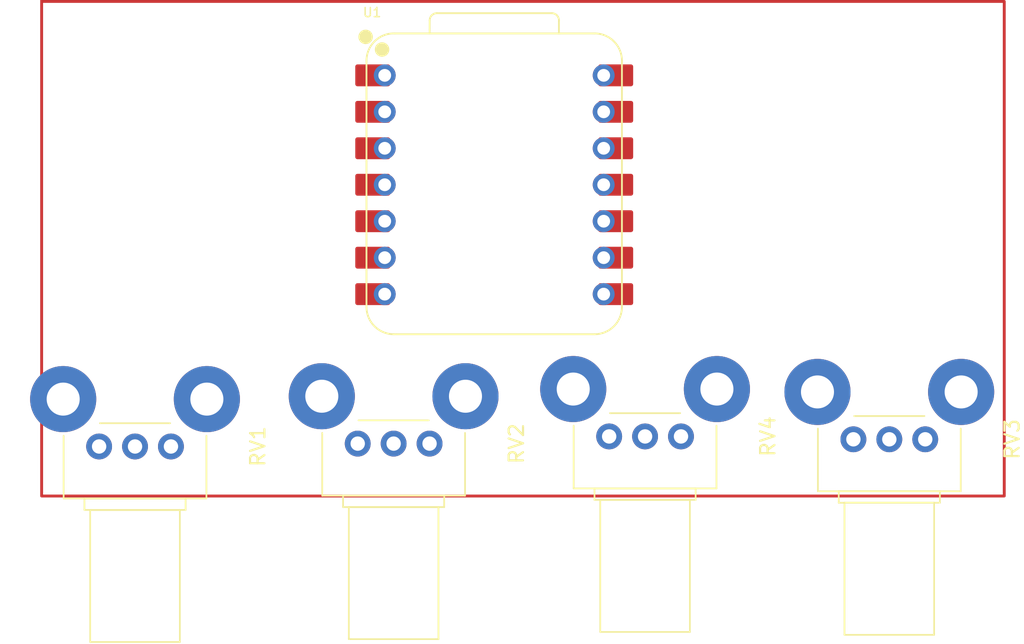
<source format=kicad_pcb>
(kicad_pcb (version 20241229) (generator "pcbnew") (generator_version "9.0")
  (layers (0 "F.Cu" signal) (2 "B.Cu" signal) (13 "F.Paste" user) (15 "B.Paste" user) (5 "F.SilkS" user "F.Silkscreen") (7 "B.SilkS" user "B.Silkscreen") (1 "F.Mask" user) (3 "B.Mask" user) (25 "Edge.Cuts" user))
  (net 0 "")
  (net 1 "Net-(U1-GPIO26{slash}ADC0{slash}A0)")
  (net 2 "Net-(U1-3V3)")
  (net 3 "Net-(U1-GND)")
  (net 4 "Net-(U1-GPIO27{slash}ADC1{slash}A1)")
  (net 5 "Net-(U1-GPIO28{slash}ADC2{slash}A2)")
  (net 6 "Net-(U1-GPIO29{slash}ADC3{slash}A3)")
  (footprint "Potentiometer_THT:Potentiometer_Bourns_PTV09A-2_Single_Horizontal" (layer "F.Cu") (at 218.5 93.3 -90)
    (property "Reference" "RV4" (at 0 -11.05 90) (layer "F.SilkS"))
    (property "Value" "R_Potentiometer")
    (fp_line (start -0.745 2.47) (end 3.62 2.47) (stroke (width 0.12)) (layer "F.SilkS"))
    (fp_line (start 3.62 1.02) (end 4.42 1.02) (stroke (width 0.12)) (layer "F.SilkS"))
    (fp_line (start 4.42 0.62) (end 13.62 0.62) (stroke (width 0.12)) (layer "F.SilkS"))
    (fp_line (start -1.62 -4.944) (end -1.62 -0.055) (stroke (width 0.12)) (layer "F.SilkS"))
    (fp_line (start 4.42 -5.62) (end 4.42 0.62) (stroke (width 0.12)) (layer "F.SilkS"))
    (fp_line (start 4.42 -5.62) (end 13.62 -5.62) (stroke (width 0.12)) (layer "F.SilkS"))
    (fp_line (start 13.62 -5.62) (end 13.62 0.62) (stroke (width 0.12)) (layer "F.SilkS"))
    (fp_line (start 3.62 -6.02) (end 3.62 1.02) (stroke (width 0.12)) (layer "F.SilkS"))
    (fp_line (start 3.62 -6.02) (end 4.42 -6.02) (stroke (width 0.12)) (layer "F.SilkS"))
    (fp_line (start 4.42 -6.02) (end 4.42 1.02) (stroke (width 0.12)) (layer "F.SilkS"))
    (fp_line (start -0.745 -7.47) (end 3.62 -7.47) (stroke (width 0.12)) (layer "F.SilkS"))
    (fp_line (start 3.62 -7.47) (end 3.62 2.47) (stroke (width 0.12)) (layer "F.SilkS"))
    (pad "" thru_hole circle (at -3.3 -7.5 270) (size 4.6 4.6) (drill 2.3) (layers "*.Cu" "*.Mask"))
    (pad "" thru_hole circle (at -3.3 2.5 270) (size 4.6 4.6) (drill 2.3) (layers "*.Cu" "*.Mask"))
    (pad "1" thru_hole circle (at 0 0 270) (size 1.8 1.8) (drill 1) (layers "*.Cu" "*.Mask") (net 3 "Net-(U1-GND)"))
    (pad "2" thru_hole circle (at 0 -2.5 270) (size 1.8 1.8) (drill 1) (layers "*.Cu" "*.Mask") (net 6 "Net-(U1-GPIO29{slash}ADC3{slash}A3)"))
    (pad "3" thru_hole circle (at 0 -5 270) (size 1.8 1.8) (drill 1) (layers "*.Cu" "*.Mask") (net 2 "Net-(U1-3V3)"))
  )
  (footprint "Potentiometer_THT:Potentiometer_Bourns_PTV09A-2_Single_Horizontal" (layer "F.Cu") (at 201 93.8 -90)
    (property "Reference" "RV2" (at 0 -11.05 90) (layer "F.SilkS"))
    (property "Value" "R_Potentiometer")
    (fp_line (start -0.745 2.47) (end 3.62 2.47) (stroke (width 0.12)) (layer "F.SilkS"))
    (fp_line (start 3.62 1.02) (end 4.42 1.02) (stroke (width 0.12)) (layer "F.SilkS"))
    (fp_line (start 4.42 0.62) (end 13.62 0.62) (stroke (width 0.12)) (layer "F.SilkS"))
    (fp_line (start -1.62 -4.944) (end -1.62 -0.055) (stroke (width 0.12)) (layer "F.SilkS"))
    (fp_line (start 4.42 -5.62) (end 4.42 0.62) (stroke (width 0.12)) (layer "F.SilkS"))
    (fp_line (start 4.42 -5.62) (end 13.62 -5.62) (stroke (width 0.12)) (layer "F.SilkS"))
    (fp_line (start 13.62 -5.62) (end 13.62 0.62) (stroke (width 0.12)) (layer "F.SilkS"))
    (fp_line (start 3.62 -6.02) (end 3.62 1.02) (stroke (width 0.12)) (layer "F.SilkS"))
    (fp_line (start 3.62 -6.02) (end 4.42 -6.02) (stroke (width 0.12)) (layer "F.SilkS"))
    (fp_line (start 4.42 -6.02) (end 4.42 1.02) (stroke (width 0.12)) (layer "F.SilkS"))
    (fp_line (start -0.745 -7.47) (end 3.62 -7.47) (stroke (width 0.12)) (layer "F.SilkS"))
    (fp_line (start 3.62 -7.47) (end 3.62 2.47) (stroke (width 0.12)) (layer "F.SilkS"))
    (pad "" thru_hole circle (at -3.3 -7.5 270) (size 4.6 4.6) (drill 2.3) (layers "*.Cu" "*.Mask"))
    (pad "" thru_hole circle (at -3.3 2.5 270) (size 4.6 4.6) (drill 2.3) (layers "*.Cu" "*.Mask"))
    (pad "1" thru_hole circle (at 0 0 270) (size 1.8 1.8) (drill 1) (layers "*.Cu" "*.Mask") (net 3 "Net-(U1-GND)"))
    (pad "2" thru_hole circle (at 0 -2.5 270) (size 1.8 1.8) (drill 1) (layers "*.Cu" "*.Mask") (net 4 "Net-(U1-GPIO27{slash}ADC1{slash}A1)"))
    (pad "3" thru_hole circle (at 0 -5 270) (size 1.8 1.8) (drill 1) (layers "*.Cu" "*.Mask") (net 2 "Net-(U1-3V3)"))
  )
  (footprint "Potentiometer_THT:Potentiometer_Bourns_PTV09A-2_Single_Horizontal" (layer "F.Cu") (at 183 94 -90)
    (property "Reference" "RV1" (at 0 -11.05 90) (layer "F.SilkS"))
    (property "Value" "R_Potentiometer")
    (fp_line (start -0.745 2.47) (end 3.62 2.47) (stroke (width 0.12)) (layer "F.SilkS"))
    (fp_line (start 3.62 1.02) (end 4.42 1.02) (stroke (width 0.12)) (layer "F.SilkS"))
    (fp_line (start 4.42 0.62) (end 13.62 0.62) (stroke (width 0.12)) (layer "F.SilkS"))
    (fp_line (start -1.62 -4.944) (end -1.62 -0.055) (stroke (width 0.12)) (layer "F.SilkS"))
    (fp_line (start 4.42 -5.62) (end 4.42 0.62) (stroke (width 0.12)) (layer "F.SilkS"))
    (fp_line (start 4.42 -5.62) (end 13.62 -5.62) (stroke (width 0.12)) (layer "F.SilkS"))
    (fp_line (start 13.62 -5.62) (end 13.62 0.62) (stroke (width 0.12)) (layer "F.SilkS"))
    (fp_line (start 3.62 -6.02) (end 3.62 1.02) (stroke (width 0.12)) (layer "F.SilkS"))
    (fp_line (start 3.62 -6.02) (end 4.42 -6.02) (stroke (width 0.12)) (layer "F.SilkS"))
    (fp_line (start 4.42 -6.02) (end 4.42 1.02) (stroke (width 0.12)) (layer "F.SilkS"))
    (fp_line (start -0.745 -7.47) (end 3.62 -7.47) (stroke (width 0.12)) (layer "F.SilkS"))
    (fp_line (start 3.62 -7.47) (end 3.62 2.47) (stroke (width 0.12)) (layer "F.SilkS"))
    (pad "" thru_hole circle (at -3.3 -7.5 270) (size 4.6 4.6) (drill 2.3) (layers "*.Cu" "*.Mask"))
    (pad "" thru_hole circle (at -3.3 2.5 270) (size 4.6 4.6) (drill 2.3) (layers "*.Cu" "*.Mask"))
    (pad "1" thru_hole circle (at 0 0 270) (size 1.8 1.8) (drill 1) (layers "*.Cu" "*.Mask") (net 3 "Net-(U1-GND)"))
    (pad "2" thru_hole circle (at 0 -2.5 270) (size 1.8 1.8) (drill 1) (layers "*.Cu" "*.Mask") (net 1 "Net-(U1-GPIO26{slash}ADC0{slash}A0)"))
    (pad "3" thru_hole circle (at 0 -5 270) (size 1.8 1.8) (drill 1) (layers "*.Cu" "*.Mask") (net 2 "Net-(U1-3V3)"))
  )
  (footprint "OPL:XIAO-RP2040-DIP" (layer "F.Cu") (at 210.5 75.7685)
    (property "Reference" "U1" (at -8.5 -12 0) (layer "F.SilkS") (effects (font (size 0.635 0.635) (thickness 0.1016))))
    (property "Value" "XIAO-RP2040-DIP")
    (fp_line (start -8.89 8.509) (end -8.89 -8.636) (stroke (width 0.127)) (layer "F.SilkS"))
    (fp_line (start -6.985 10.414) (end 6.985 10.414) (stroke (width 0.127)) (layer "F.SilkS"))
    (fp_line (start -4.495 -10.541) (end -4.491272 -11.451272) (stroke (width 0.127)) (layer "F.SilkS"))
    (fp_line (start -3.991272 -11.951) (end 4.004 -11.951) (stroke (width 0.127)) (layer "F.SilkS"))
    (fp_line (start 4.504 -11.451) (end 4.504 -10.541) (stroke (width 0.127)) (layer "F.SilkS"))
    (fp_line (start 6.985 -10.541) (end -6.985 -10.541) (stroke (width 0.1)) (layer "F.SilkS"))
    (fp_line (start 6.985 -10.541) (end -6.985 -10.541) (stroke (width 0.127)) (layer "F.SilkS"))
    (fp_line (start 8.89 8.509) (end 8.89 -8.636) (stroke (width 0.127)) (layer "F.SilkS"))
    (fp_arc (start -8.89 -8.636) (mid -8.332038 -9.983038) (end -6.985 -10.541) (stroke (width 0.127)) (layer "F.SilkS"))
    (fp_arc (start -6.985 10.414) (mid -8.332038 9.856038) (end -8.89 8.509) (stroke (width 0.127)) (layer "F.SilkS"))
    (fp_arc (start -4.491272 -11.451272) (mid -4.344728 -11.80464) (end -3.991272 -11.951) (stroke (width 0.127)) (layer "F.SilkS"))
    (fp_arc (start 4.004 -11.951) (mid 4.357553 -11.804553) (end 4.504 -11.451) (stroke (width 0.127)) (layer "F.SilkS"))
    (fp_arc (start 6.985 -10.541) (mid 8.332038 -9.983038) (end 8.89 -8.636) (stroke (width 0.127)) (layer "F.SilkS"))
    (fp_arc (start 8.89 8.509) (mid 8.332038 9.856038) (end 6.985 10.414) (stroke (width 0.127)) (layer "F.SilkS"))
    (fp_circle (center -8.95 -10.3) (end -8.95 -10.554) (stroke (width 0.5)) (fill yes) (layer "F.SilkS"))
    (fp_circle (center -7.807 -9.42) (end -7.807 -9.674) (stroke (width 0.5)) (fill yes) (layer "F.SilkS"))
    (pad "1" smd roundrect (at -8.455 -7.62 180) (size 2.432 1.524) (layers "F.Cu" "F.Mask") (roundrect_rratio 0.1) (net 1 "Net-(U1-GPIO26{slash}ADC0{slash}A0)"))
    (pad "1" thru_hole circle (at -7.62 -7.62 180) (size 1.524 1.524) (drill 0.889) (layers "*.Cu" "*.Mask") (net 1 "Net-(U1-GPIO26{slash}ADC0{slash}A0)"))
    (pad "2" smd roundrect (at -8.455 -5.08 180) (size 2.432 1.524) (layers "F.Cu" "F.Mask") (roundrect_rratio 0.1) (net 4 "Net-(U1-GPIO27{slash}ADC1{slash}A1)"))
    (pad "2" thru_hole circle (at -7.62 -5.08 180) (size 1.524 1.524) (drill 0.889) (layers "*.Cu" "*.Mask") (net 4 "Net-(U1-GPIO27{slash}ADC1{slash}A1)"))
    (pad "3" smd roundrect (at -8.455 -2.54 180) (size 2.432 1.524) (layers "F.Cu" "F.Mask") (roundrect_rratio 0.1) (net 5 "Net-(U1-GPIO28{slash}ADC2{slash}A2)"))
    (pad "3" thru_hole circle (at -7.62 -2.54 180) (size 1.524 1.524) (drill 0.889) (layers "*.Cu" "*.Mask") (net 5 "Net-(U1-GPIO28{slash}ADC2{slash}A2)"))
    (pad "4" smd roundrect (at -8.455 0 180) (size 2.432 1.524) (layers "F.Cu" "F.Mask") (roundrect_rratio 0.1) (net 6 "Net-(U1-GPIO29{slash}ADC3{slash}A3)"))
    (pad "4" thru_hole circle (at -7.62 0 180) (size 1.524 1.524) (drill 0.889) (layers "*.Cu" "*.Mask") (net 6 "Net-(U1-GPIO29{slash}ADC3{slash}A3)"))
    (pad "5" smd roundrect (at -8.455 2.54 180) (size 2.432 1.524) (layers "F.Cu" "F.Mask") (roundrect_rratio 0.1))
    (pad "5" thru_hole circle (at -7.62 2.54 180) (size 1.524 1.524) (drill 0.889) (layers "*.Cu" "*.Mask"))
    (pad "6" smd roundrect (at -8.455 5.08 180) (size 2.432 1.524) (layers "F.Cu" "F.Mask") (roundrect_rratio 0.1))
    (pad "6" thru_hole circle (at -7.62 5.08 180) (size 1.524 1.524) (drill 0.889) (layers "*.Cu" "*.Mask"))
    (pad "7" smd roundrect (at -8.455 7.62 180) (size 2.432 1.524) (layers "F.Cu" "F.Mask") (roundrect_rratio 0.1))
    (pad "7" thru_hole circle (at -7.62 7.62 180) (size 1.524 1.524) (drill 0.889) (layers "*.Cu" "*.Mask"))
    (pad "8" thru_hole circle (at 7.62 7.62) (size 1.524 1.524) (drill 0.889) (layers "*.Cu" "*.Mask"))
    (pad "8" smd roundrect (at 8.455 7.62) (size 2.432 1.524) (layers "F.Cu" "F.Mask") (roundrect_rratio 0.1))
    (pad "9" thru_hole circle (at 7.62 5.08) (size 1.524 1.524) (drill 0.889) (layers "*.Cu" "*.Mask"))
    (pad "9" smd roundrect (at 8.455 5.08) (size 2.432 1.524) (layers "F.Cu" "F.Mask") (roundrect_rratio 0.1))
    (pad "10" thru_hole circle (at 7.62 2.54) (size 1.524 1.524) (drill 0.889) (layers "*.Cu" "*.Mask"))
    (pad "10" smd roundrect (at 8.455 2.54) (size 2.432 1.524) (layers "F.Cu" "F.Mask") (roundrect_rratio 0.1))
    (pad "11" thru_hole circle (at 7.62 0) (size 1.524 1.524) (drill 0.889) (layers "*.Cu" "*.Mask"))
    (pad "11" smd roundrect (at 8.455 0) (size 2.432 1.524) (layers "F.Cu" "F.Mask") (roundrect_rratio 0.1))
    (pad "12" thru_hole circle (at 7.62 -2.54) (size 1.524 1.524) (drill 0.889) (layers "*.Cu" "*.Mask") (net 2 "Net-(U1-3V3)"))
    (pad "12" smd roundrect (at 8.455 -2.54) (size 2.432 1.524) (layers "F.Cu" "F.Mask") (roundrect_rratio 0.1) (net 2 "Net-(U1-3V3)"))
    (pad "13" thru_hole circle (at 7.62 -5.08) (size 1.524 1.524) (drill 0.889) (layers "*.Cu" "*.Mask") (net 3 "Net-(U1-GND)"))
    (pad "13" smd roundrect (at 8.455 -5.08) (size 2.432 1.524) (layers "F.Cu" "F.Mask") (roundrect_rratio 0.1) (net 3 "Net-(U1-GND)"))
    (pad "14" thru_hole circle (at 7.62 -7.62) (size 1.524 1.524) (drill 0.889) (layers "*.Cu" "*.Mask"))
    (pad "14" smd roundrect (at 8.455 -7.62) (size 2.432 1.524) (layers "F.Cu" "F.Mask") (roundrect_rratio 0.1))
  )
  (footprint "Potentiometer_THT:Potentiometer_Bourns_PTV09A-2_Single_Horizontal" (layer "F.Cu") (at 235.5 93.5 -90)
    (property "Reference" "RV3" (at 0 -11.05 90) (layer "F.SilkS"))
    (property "Value" "R_Potentiometer")
    (fp_line (start -0.745 2.47) (end 3.62 2.47) (stroke (width 0.12)) (layer "F.SilkS"))
    (fp_line (start 3.62 1.02) (end 4.42 1.02) (stroke (width 0.12)) (layer "F.SilkS"))
    (fp_line (start 4.42 0.62) (end 13.62 0.62) (stroke (width 0.12)) (layer "F.SilkS"))
    (fp_line (start -1.62 -4.944) (end -1.62 -0.055) (stroke (width 0.12)) (layer "F.SilkS"))
    (fp_line (start 4.42 -5.62) (end 4.42 0.62) (stroke (width 0.12)) (layer "F.SilkS"))
    (fp_line (start 4.42 -5.62) (end 13.62 -5.62) (stroke (width 0.12)) (layer "F.SilkS"))
    (fp_line (start 13.62 -5.62) (end 13.62 0.62) (stroke (width 0.12)) (layer "F.SilkS"))
    (fp_line (start 3.62 -6.02) (end 3.62 1.02) (stroke (width 0.12)) (layer "F.SilkS"))
    (fp_line (start 3.62 -6.02) (end 4.42 -6.02) (stroke (width 0.12)) (layer "F.SilkS"))
    (fp_line (start 4.42 -6.02) (end 4.42 1.02) (stroke (width 0.12)) (layer "F.SilkS"))
    (fp_line (start -0.745 -7.47) (end 3.62 -7.47) (stroke (width 0.12)) (layer "F.SilkS"))
    (fp_line (start 3.62 -7.47) (end 3.62 2.47) (stroke (width 0.12)) (layer "F.SilkS"))
    (pad "" thru_hole circle (at -3.3 -7.5 270) (size 4.6 4.6) (drill 2.3) (layers "*.Cu" "*.Mask"))
    (pad "" thru_hole circle (at -3.3 2.5 270) (size 4.6 4.6) (drill 2.3) (layers "*.Cu" "*.Mask"))
    (pad "1" thru_hole circle (at 0 0 270) (size 1.8 1.8) (drill 1) (layers "*.Cu" "*.Mask") (net 3 "Net-(U1-GND)"))
    (pad "2" thru_hole circle (at 0 -2.5 270) (size 1.8 1.8) (drill 1) (layers "*.Cu" "*.Mask") (net 5 "Net-(U1-GPIO28{slash}ADC2{slash}A2)"))
    (pad "3" thru_hole circle (at 0 -5 270) (size 1.8 1.8) (drill 1) (layers "*.Cu" "*.Mask") (net 2 "Net-(U1-3V3)"))
  )
  (gr_rect (start 179 63) (end 246 97.45) (stroke (width 0.2)) (fill no) (layer "F.Cu"))
)
</source>
